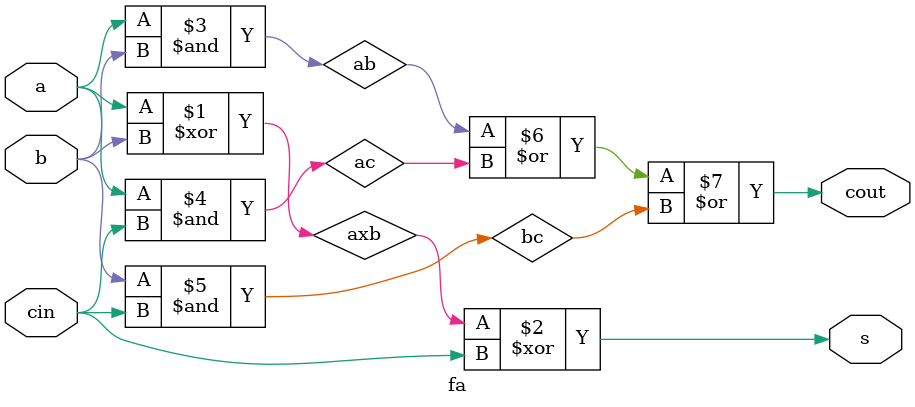
<source format=v>
module alu(data_operandA, data_operandB, ctrl_ALUopcode, ctrl_shiftamt, data_result, isNotEqual, isLessThan, overflow);

    input [31:0] data_operandA, data_operandB; // signed
    input [4:0] ctrl_ALUopcode;
    input [4:0] ctrl_shiftamt; // not used

    output [31:0] data_result;
    output isNotEqual, isLessThan; // not used
    output overflow; // True iff overflow in ADD or SUB

    // Assign ALU opcodes
    wire op_add, op_sub;
    not not_op_code(op_add, ctrl_ALUopcode[0]); // gate primitive
    assign op_sub = ctrl_ALUopcode[0];

    // 2’s complement of B if SUB 
    // XOR each bit with op_sub
    // 32 bit carry select adder: A + B2 + cin
    // cin is 0 for ADD, op_sub for SUB (2's complement)
    wire [31:0] B2;
    genvar xi;
    generate
        for (xi = 0; xi < 32; xi = xi + 1) begin: XOR_B_WITH_SUB
            xor xorb(B2[xi], data_operandB[xi], op_sub);
        end
    endgenerate
    wire cin0, cin1;
    assign cin0 = 1'b0;
    assign cin1 = 1'b1;
    
    wire sel0; // sel for block0 carry in (cin0 or cin1)
    assign sel0 = op_sub;
    wire c4, c8, c12, c16, c20, c24, c28, c32; // Carry wires for rca4 blocks
    wire [31:0] sum;

    // ! Precompute rca4 with 1) cin=0 and 2) cin=1, then mux sel0, c4, c8, ... 
    
    // Block 0: bits [3:0]
    wire [3:0] s0_c0, s0_c1; wire c4_c0, c4_c1;
    rca4 u0_c0(.a(data_operandA[3:0]),  .b(B2[3:0]),  .cin(cin0), .sum(s0_c0), .cout(c4_c0));
    rca4 u0_c1(.a(data_operandA[3:0]),  .b(B2[3:0]),  .cin(cin1), .sum(s0_c1), .cout(c4_c1));
    assign {c4, sum[3:0]} = sel0 ? {c4_c1, s0_c1} : {c4_c0, s0_c0};

    // Block 1: bits [7:4]
    wire [3:0] s1_c0, s1_c1; wire c8_c0, c8_c1;
    rca4 u1_c0(.a(data_operandA[7:4]),  .b(B2[7:4]),  .cin(cin0), .sum(s1_c0), .cout(c8_c0));
    rca4 u1_c1(.a(data_operandA[7:4]),  .b(B2[7:4]),  .cin(cin1), .sum(s1_c1), .cout(c8_c1));
    assign {c8, sum[7:4]} = c4 ? {c8_c1, s1_c1} : {c8_c0, s1_c0};

    // Block 2: bits [11:8]
    wire [3:0] s2_c0, s2_c1; wire c12_c0, c12_c1;
    rca4 u2_c0(.a(data_operandA[11:8]), .b(B2[11:8]), .cin(cin0), .sum(s2_c0), .cout(c12_c0));
    rca4 u2_c1(.a(data_operandA[11:8]), .b(B2[11:8]), .cin(cin1), .sum(s2_c1), .cout(c12_c1));
    assign {c12, sum[11:8]} = c8 ? {c12_c1, s2_c1} : {c12_c0, s2_c0};

    // Block 3: bits [15:12]
    wire [3:0] s3_c0, s3_c1; wire c16_c0, c16_c1;
    rca4 u3_c0(.a(data_operandA[15:12]), .b(B2[15:12]), .cin(cin0), .sum(s3_c0), .cout(c16_c0));
    rca4 u3_c1(.a(data_operandA[15:12]), .b(B2[15:12]), .cin(cin1), .sum(s3_c1), .cout(c16_c1));
    assign {c16, sum[15:12]} = c12 ? {c16_c1, s3_c1} : {c16_c0, s3_c0};

    // Block 4: bits [19:16]
    wire [3:0] s4_c0, s4_c1; wire c20_c0, c20_c1;
    rca4 u4_c0(.a(data_operandA[19:16]), .b(B2[19:16]), .cin(cin0), .sum(s4_c0), .cout(c20_c0));
    rca4 u4_c1(.a(data_operandA[19:16]), .b(B2[19:16]), .cin(cin1), .sum(s4_c1), .cout(c20_c1));
    assign {c20, sum[19:16]} = c16 ? {c20_c1, s4_c1} : {c20_c0, s4_c0};

    // Block 5: bits [23:20]
    wire [3:0] s5_c0, s5_c1; wire c24_c0, c24_c1;
    rca4 u5_c0(.a(data_operandA[23:20]), .b(B2[23:20]), .cin(cin0), .sum(s5_c0), .cout(c24_c0));
    rca4 u5_c1(.a(data_operandA[23:20]), .b(B2[23:20]), .cin(cin1), .sum(s5_c1), .cout(c24_c1));
    assign {c24, sum[23:20]} = c20 ? {c24_c1, s5_c1} : {c24_c0, s5_c0};

    // Block 6: bits [27:24]
    wire [3:0] s6_c0, s6_c1; wire c28_c0, c28_c1;
    rca4 u6_c0(.a(data_operandA[27:24]), .b(B2[27:24]), .cin(cin0), .sum(s6_c0), .cout(c28_c0));
    rca4 u6_c1(.a(data_operandA[27:24]), .b(B2[27:24]), .cin(cin1), .sum(s6_c1), .cout(c28_c1));
    assign {c28, sum[27:24]} = c24 ? {c28_c1, s6_c1} : {c28_c0, s6_c0};

    // Block 7: bits [31:28]
    wire [3:0] s7_c0, s7_c1; wire c32_c0, c32_c1;
    rca4 u7_c0(.a(data_operandA[31:28]), .b(B2[31:28]), .cin(cin0), .sum(s7_c0), .cout(c32_c0));
    rca4 u7_c1(.a(data_operandA[31:28]), .b(B2[31:28]), .cin(cin1), .sum(s7_c1), .cout(c32_c1));
    assign {c32, sum[31:28]} = c28 ? {c32_c1, s7_c1} : {c32_c0, s7_c0};

    // Sum
    assign data_result = sum;

    // Overflow for signed add or subtract:
    // overflow = (A31 & B2_31 & ~S31) | (~A31 & ~B2_31 & S31)
    wire a31, b31_t, s31;
    assign a31  = data_operandA[31];
    assign b31_t = B2[31];
    assign s31  = sum[31];

    wire na31, nb31_t, ns31;
    not na_(na31, a31);
    not nb_(nb31_t, b31_t);
    not ns_(ns31, s31);

    wire t1, t2, t3, t4;
    and a1(t1, a31, b31_t);
    and a2(t2, t1,  ns31);
    and a3(t3, na31, nb31_t);
    and a4(t4, t3,  s31);
    or  o1(overflow, t2, t4);

    // Not used
    assign isNotEqual = 1'b0;
    assign isLessThan = 1'b0;

endmodule

// 4 bit rca4
module rca4(
    input  [3:0] a,
    input  [3:0] b,
    input        cin,
    output [3:0] sum,
    output       cout
);
    wire c1, c2, c3;

    fa fa0(.a(a[0]), .b(b[0]), .cin(cin), .s(sum[0]), .cout(c1));
    fa fa1(.a(a[1]), .b(b[1]), .cin(c1),  .s(sum[1]), .cout(c2));
    fa fa2(.a(a[2]), .b(b[2]), .cin(c2),  .s(sum[2]), .cout(c3));
    fa fa3(.a(a[3]), .b(b[3]), .cin(c3),  .s(sum[3]), .cout(cout));
endmodule

// 1 bit FA using gates
// s = a XOR b XOR cin
// cout = ab + a cin + b cin
module fa(
    input  a, b, cin,
    output s, cout
);
    wire axb, ab, ac, bc;

    xor x1(axb, a, b);
    xor x2(s,   axb, cin);

    and a1(ab, a, b);
    and a2(ac, a, cin);
    and a3(bc, b, cin);
    or  o1(cout, ab, ac, bc);
endmodule
</source>
